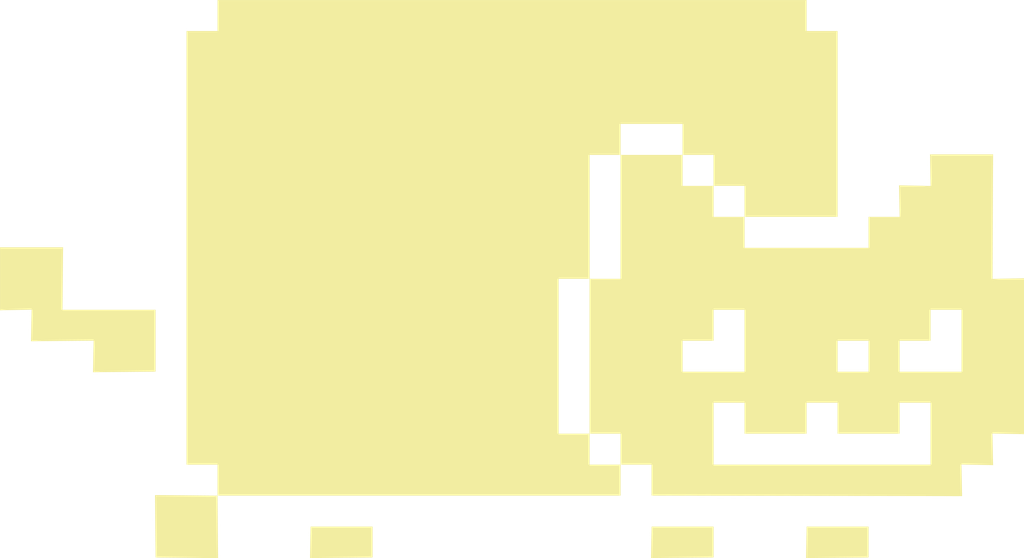
<source format=kicad_pcb>
(kicad_pcb (version 4) (host pcbnew 4.0.0-rc1-stable)

  (general
    (links 0)
    (no_connects 0)
    (area 38.625833 31.556665 248.797501 146.428755)
    (thickness 1.6)
    (drawings 0)
    (tracks 0)
    (zones 0)
    (modules 1)
    (nets 1)
  )

  (page A4)
  (layers
    (0 F.Cu signal)
    (31 B.Cu signal)
    (32 B.Adhes user)
    (33 F.Adhes user)
    (34 B.Paste user)
    (35 F.Paste user)
    (36 B.SilkS user)
    (37 F.SilkS user)
    (38 B.Mask user)
    (39 F.Mask user)
    (40 Dwgs.User user)
    (41 Cmts.User user)
    (42 Eco1.User user)
    (43 Eco2.User user)
    (44 Edge.Cuts user)
    (45 Margin user)
    (46 B.CrtYd user)
    (47 F.CrtYd user)
    (48 B.Fab user)
    (49 F.Fab user)
  )

  (setup
    (last_trace_width 0.25)
    (trace_clearance 0.2)
    (zone_clearance 0.508)
    (zone_45_only no)
    (trace_min 0.2)
    (segment_width 0.2)
    (edge_width 0.15)
    (via_size 0.6)
    (via_drill 0.4)
    (via_min_size 0.4)
    (via_min_drill 0.3)
    (uvia_size 0.3)
    (uvia_drill 0.1)
    (uvias_allowed no)
    (uvia_min_size 0.2)
    (uvia_min_drill 0.1)
    (pcb_text_width 0.3)
    (pcb_text_size 1.5 1.5)
    (mod_edge_width 0.15)
    (mod_text_size 1 1)
    (mod_text_width 0.15)
    (pad_size 1.524 1.524)
    (pad_drill 0.762)
    (pad_to_mask_clearance 0.2)
    (aux_axis_origin 0 0)
    (visible_elements 7FFFFFFF)
    (pcbplotparams
      (layerselection 0x00030_80000001)
      (usegerberextensions false)
      (excludeedgelayer true)
      (linewidth 0.100000)
      (plotframeref false)
      (viasonmask false)
      (mode 1)
      (useauxorigin false)
      (hpglpennumber 1)
      (hpglpenspeed 20)
      (hpglpendiameter 15)
      (hpglpenoverlay 2)
      (psnegative false)
      (psa4output false)
      (plotreference true)
      (plotvalue true)
      (plotinvisibletext false)
      (padsonsilk false)
      (subtractmaskfromsilk false)
      (outputformat 1)
      (mirror false)
      (drillshape 1)
      (scaleselection 1)
      (outputdirectory ""))
  )

  (net 0 "")

  (net_class Default "This is the default net class."
    (clearance 0.2)
    (trace_width 0.25)
    (via_dia 0.6)
    (via_drill 0.4)
    (uvia_dia 0.3)
    (uvia_drill 0.1)
  )

  (module hw:nyan_cat_silks (layer F.Cu) (tedit 0) (tstamp 5752DE04)
    (at 143.5 88.7)
    (fp_text reference G*** (at 0 0) (layer F.SilkS) hide
      (effects (font (thickness 0.3)))
    )
    (fp_text value LOGO (at 0.75 0) (layer F.SilkS) hide
      (effects (font (thickness 0.3)))
    )
    (fp_poly (pts (xy -66.51625 44.614737) (xy -60.1252 44.673532) (xy -60.066404 51.117615) (xy -60.051777 52.719169)
      (xy -60.038474 54.172771) (xy -60.026962 55.42764) (xy -60.017707 56.432993) (xy -60.011177 57.138047)
      (xy -60.007838 57.492022) (xy -60.0075 57.523754) (xy -60.21057 57.50944) (xy -60.785415 57.492817)
      (xy -61.68049 57.474764) (xy -62.844249 57.45616) (xy -64.225147 57.437884) (xy -65.771637 57.420813)
      (xy -66.404438 57.41471) (xy -72.801376 57.355477) (xy -72.919166 44.555833) (xy -66.51625 44.614737)) (layer F.SilkS) (width 0.01))
    (fp_poly (pts (xy 60.536667 -50.588334) (xy 66.886667 -50.588334) (xy 66.886667 -12.488334) (xy 47.836667 -12.488334)
      (xy 47.836667 -6.138334) (xy 73.236667 -6.138334) (xy 73.236667 -12.488334) (xy 79.607368 -12.488334)
      (xy 79.544101 -15.716251) (xy 79.480834 -18.944167) (xy 85.957576 -18.817425) (xy 85.830834 -25.294167)
      (xy 98.7425 -25.294167) (xy 98.686334 -12.530868) (xy 98.630168 0.232432) (xy 101.861334 0.169132)
      (xy 105.0925 0.105833) (xy 105.0925 32.0675) (xy 101.854129 32.004128) (xy 98.615758 31.940757)
      (xy 98.679129 35.179128) (xy 98.7425 38.4175) (xy 95.504129 38.354128) (xy 92.265758 38.290757)
      (xy 92.329129 41.529128) (xy 92.3925 44.7675) (xy 60.589584 44.71322) (xy 28.786667 44.65894)
      (xy 28.786667 38.311666) (xy 22.436667 38.311666) (xy 22.436667 44.661666) (xy -60.113333 44.661666)
      (xy -60.113333 38.311666) (xy -66.463333 38.311666) (xy -66.463333 0.211666) (xy 9.736667 0.211666)
      (xy 9.736667 31.961666) (xy 16.086667 31.961666) (xy 16.086667 38.311666) (xy 22.436667 38.311666)
      (xy 22.436667 31.961666) (xy 16.086667 31.961666) (xy 16.086667 25.611666) (xy 41.486667 25.611666)
      (xy 41.486667 38.311666) (xy 85.936667 38.311666) (xy 85.936667 25.611666) (xy 79.586667 25.611666)
      (xy 79.586667 31.961666) (xy 66.886667 31.961666) (xy 66.886667 25.611666) (xy 60.536667 25.611666)
      (xy 60.536667 31.961666) (xy 47.836667 31.961666) (xy 47.836667 25.611666) (xy 41.486667 25.611666)
      (xy 16.086667 25.611666) (xy 16.086667 12.911666) (xy 35.136667 12.911666) (xy 35.136667 19.261666)
      (xy 47.836667 19.261666) (xy 47.836667 12.911666) (xy 66.886667 12.911666) (xy 66.886667 19.261666)
      (xy 73.236667 19.261666) (xy 73.236667 12.911666) (xy 79.586667 12.911666) (xy 79.586667 19.261666)
      (xy 92.286667 19.261666) (xy 92.286667 6.561666) (xy 85.936667 6.561666) (xy 85.936667 12.911666)
      (xy 79.586667 12.911666) (xy 73.236667 12.911666) (xy 66.886667 12.911666) (xy 47.836667 12.911666)
      (xy 47.836667 6.561666) (xy 41.486667 6.561666) (xy 41.486667 12.911666) (xy 35.136667 12.911666)
      (xy 16.086667 12.911666) (xy 16.086667 0.211666) (xy 9.736667 0.211666) (xy -66.463333 0.211666)
      (xy -66.463333 -25.188334) (xy 16.086667 -25.188334) (xy 16.086667 0.211666) (xy 22.436667 0.211666)
      (xy 22.436667 -25.188334) (xy 16.086667 -25.188334) (xy -66.463333 -25.188334) (xy -66.463333 -31.538334)
      (xy 22.436667 -31.538334) (xy 22.436667 -25.188334) (xy 35.136667 -25.188334) (xy 35.136667 -18.838334)
      (xy 41.486667 -18.838334) (xy 41.486667 -12.488334) (xy 47.836667 -12.488334) (xy 47.836667 -18.838334)
      (xy 41.486667 -18.838334) (xy 41.486667 -25.188334) (xy 35.136667 -25.188334) (xy 35.136667 -31.538334)
      (xy 22.436667 -31.538334) (xy -66.463333 -31.538334) (xy -66.463333 -50.588334) (xy -60.113333 -50.588334)
      (xy -60.113333 -56.938334) (xy 60.536667 -56.938334) (xy 60.536667 -50.588334)) (layer F.SilkS) (width 0.01))
    (fp_poly (pts (xy -60.113333 44.673641) (xy -60.1252 44.673532) (xy -60.125308 44.661666) (xy -60.113333 44.661666)
      (xy -60.113333 44.673641)) (layer F.SilkS) (width 0.01))
    (fp_poly (pts (xy -28.363333 57.349692) (xy -34.76625 57.408596) (xy -41.169166 57.4675) (xy -41.042632 51.011666)
      (xy -28.363333 51.011666) (xy -28.363333 57.349692)) (layer F.SilkS) (width 0.01))
    (fp_poly (pts (xy 41.486667 57.349692) (xy 35.08375 57.408596) (xy 28.680834 57.4675) (xy 28.807368 51.011666)
      (xy 41.486667 51.011666) (xy 41.486667 57.349692)) (layer F.SilkS) (width 0.01))
    (fp_poly (pts (xy 73.236667 57.349692) (xy 66.83375 57.408596) (xy 60.430834 57.4675) (xy 60.557368 51.011666)
      (xy 73.236667 51.011666) (xy 73.236667 57.349692)) (layer F.SilkS) (width 0.01))
    (fp_poly (pts (xy -91.816404 0.15875) (xy -91.875308 6.561666) (xy -72.813333 6.561666) (xy -72.813333 19.249692)
      (xy -79.21625 19.308596) (xy -85.619166 19.3675) (xy -85.55584 16.133566) (xy -85.492513 12.899632)
      (xy -91.90584 12.958566) (xy -98.319166 13.0175) (xy -98.255795 9.779128) (xy -98.192424 6.540757)
      (xy -101.430795 6.604128) (xy -104.669166 6.6675) (xy -104.669166 -6.244167) (xy -91.7575 -6.244167)
      (xy -91.816404 0.15875)) (layer F.SilkS) (width 0.01))
  )

)

</source>
